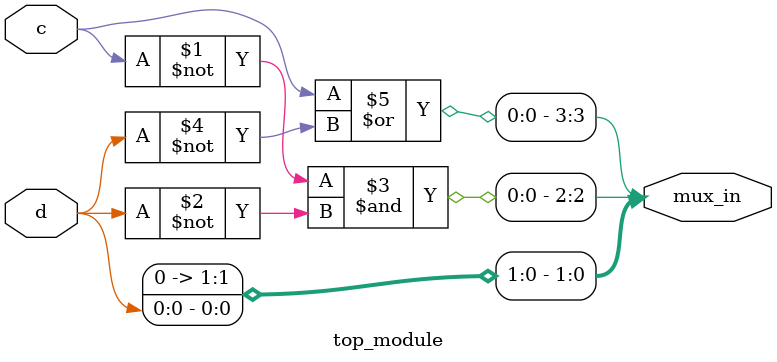
<source format=sv>
module top_module (
	input c,
	input d,
	output [3:0] mux_in
);

    assign mux_in[0] = d;        // ab = 00, K-map value = 1 when cd = 10, 11, 00, 00 
    assign mux_in[1] = 0;        // ab = 01, K-map value is always 0
    assign mux_in[2] = ~c & ~d;  // ab = 11, K-map value = 1 when cd = 11 
    assign mux_in[3] = c | ~d;   // ab = 10, K-map value = 1 when cd = 00, 10, 11

endmodule

</source>
